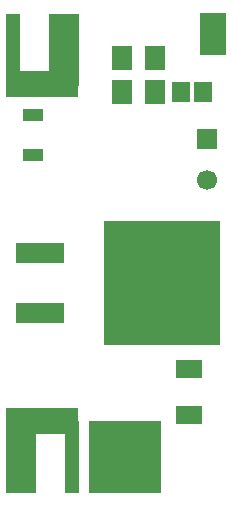
<source format=gbr>
G04 DipTrace 3.3.1.0*
G04 TopMask.gbr*
%MOMM*%
G04 #@! TF.FileFunction,Soldermask,Top*
G04 #@! TF.Part,Single*
%ADD37R,1.8X2.0*%
%ADD39R,9.9X10.6*%
%ADD41R,4.15X1.7*%
%ADD43R,1.2X6.2*%
%ADD45R,2.6X6.2*%
%ADD47R,2.2X3.6*%
%ADD49R,6.2X6.2*%
%ADD51R,6.2X2.2*%
%ADD53R,1.8X1.0*%
%ADD55R,2.3X1.6*%
%ADD57C,1.7*%
%ADD59R,1.7X1.7*%
%ADD61R,1.5X1.7*%
%FSLAX35Y35*%
G04*
G71*
G90*
G75*
G01*
G04 TopMask*
%LPD*%
D61*
X2524000Y4429000D3*
X2714000D3*
D59*
X2746250Y4032123D3*
D57*
Y3682123D3*
D55*
X2595450Y1690550D3*
Y2080537D3*
D53*
X1269873Y3889227D3*
Y4229227D3*
D51*
X1348500Y4493600D3*
D49*
X2048500Y1338830D3*
D51*
X1348500Y1638830D3*
D47*
X2793873Y4921127D3*
D45*
X1168500Y1333373D3*
D43*
X1598500D3*
X1098500Y4778250D3*
D45*
X1529500D3*
D41*
X1333373Y3063750D3*
Y2555737D3*
D39*
X2363373Y2809743D3*
D37*
X2301750Y4714750D3*
X2021750D3*
X2301750Y4429000D3*
X2021750D3*
M02*

</source>
